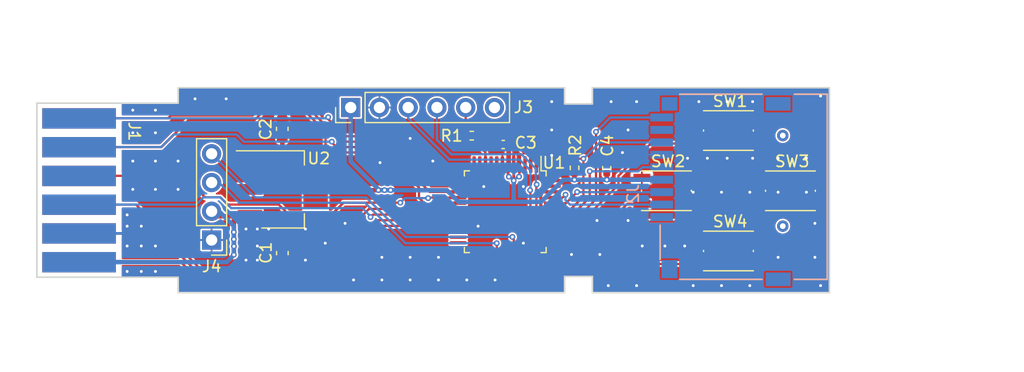
<source format=kicad_pcb>
(kicad_pcb (version 20221018) (generator pcbnew)
  (layers (0 "F.Cu" signal) (31 "B.Cu" signal) (34 "B.Paste" user) (35 "F.Paste" user) (36 "B.SilkS" user "B.Silkscreen") (37 "F.SilkS" user "F.Silkscreen") (38 "B.Mask" user) (39 "F.Mask" user) (44 "Edge.Cuts" user))
  (net 0 "")
  (net 1 "+3V3")
  (net 2 "+5V")
  (net 4 "SD_CS")
  (net 5 "SD_MOSI")
  (net 6 "SD_CLK")
  (net 7 "SD_MISO")
  (net 9 "SD_DTCT")
  (net 10 "SWDIO")
  (net 11 "SWCLK")
  (net 12 "NRST")
  (net 14 "I2C_SCL")
  (net 15 "I2C_SDA")
  (net 16 "BUTTON_1")
  (net 17 "BUTTON_2")
  (net 18 "BUTTON_3")
  (net 19 "BUTTON_4")
  (net 27 "/~{WRITE}")
  (net 28 "/~{SCAN_MEDIA}")
  (net 29 "/WRITE_DATA")
  (net 30 "/MOTOR_ON")
  (net 31 "/~{WRITABLE_MEDIA}")
  (net 33 "/READ_DATA")
  (net 34 "/~{MEDIA_SET}")
  (net 35 "/~{READY}")
  (net 50 "GND")
  (net 51 "/~{STOP_MOTOR}")
  (footprint "Resistor_SMD:R_0402_1005Metric" (layer "F.Cu") (at 152.94156 94.25686)
    (fp_text reference "R1" (at -1.78362 0.01016) (layer "F.SilkS"))
    (fp_text value "2k5")
    (pad "1" smd roundrect (at -0.51 0) (size 0.54 0.64) (layers "F.Cu" "F.Paste" "F.Mask") (net 12 "NRST"))
    (pad "2" smd roundrect (at 0.51 0) (size 0.54 0.64) (layers "F.Cu" "F.Paste" "F.Mask") (net 1 "+3V3"))
  )
  (footprint "Package_TO_SOT_SMD:SOT-223-3_TabPin2_fdskey" (layer "F.Cu") (at 136.2456 99.00158)
    (fp_text reference "U2" (at 3.1877 -2.73558) (layer "F.SilkS"))
    (fp_text value "LD1117S33TR_SOT223")
    (pad "1" smd rect (at -2.9 -2.3) (size 2.15 0.95) (layers "F.Cu" "F.Paste" "F.Mask") (net 50 "GND"))
    (pad "2" smd rect (at -2.9 0) (size 2.15 0.95) (layers "F.Cu" "F.Paste" "F.Mask") (net 1 "+3V3"))
    (pad "2" smd rect (at 2.9 0) (size 2.15 3.3) (layers "F.Cu" "F.Paste" "F.Mask") (net 1 "+3V3"))
    (pad "3" smd rect (at -2.9 2.3) (size 2.15 0.95) (layers "F.Cu" "F.Paste" "F.Mask") (net 2 "+5V"))
  )
  (footprint "Button_Switch_SMD:SW_Push_matching_fdskey" (layer "F.Cu") (at 175.61306 104.43972)
    (fp_text reference "SW4" (at 0.15 -2.6) (layer "F.SilkS"))
    (fp_text value "SW_Push")
    (pad "1" smd rect (at -2.1675 -1.15) (size 1.5 0.7) (layers "F.Cu" "F.Paste" "F.Mask") (net 50 "GND"))
    (pad "1" smd rect (at 2.1675 -1.15) (size 1.5 0.7) (layers "F.Cu" "F.Paste" "F.Mask") (net 50 "GND"))
    (pad "2" smd rect (at -2.1675 1.15) (size 1.5 0.7) (layers "F.Cu" "F.Paste" "F.Mask") (net 19 "BUTTON_4"))
    (pad "2" smd rect (at 2.1675 1.15) (size 1.5 0.7) (layers "F.Cu" "F.Paste" "F.Mask") (net 19 "BUTTON_4"))
  )
  (footprint "Button_Switch_SMD:SW_Push_matching_fdskey" (layer "F.Cu") (at 170.13428 99.12096)
    (fp_text reference "SW2" (at 0.15 -2.6) (layer "F.SilkS"))
    (fp_text value "SW_Push")
    (pad "1" smd rect (at -2.1675 -1.15) (size 1.5 0.7) (layers "F.Cu" "F.Paste" "F.Mask") (net 50 "GND"))
    (pad "1" smd rect (at 2.1675 -1.15) (size 1.5 0.7) (layers "F.Cu" "F.Paste" "F.Mask") (net 50 "GND"))
    (pad "2" smd rect (at -2.1675 1.15) (size 1.5 0.7) (layers "F.Cu" "F.Paste" "F.Mask") (net 17 "BUTTON_2"))
    (pad "2" smd rect (at 2.1675 1.15) (size 1.5 0.7) (layers "F.Cu" "F.Paste" "F.Mask") (net 17 "BUTTON_2"))
  )
  (footprint "Connector_PinHeader_2.54mm:PinHeader_1x04_P2.54mm_Vertical" (layer "F.Cu") (at 129.96111 103.47419 180)
    (fp_text reference "J4" (at 0 -2.33) (layer "F.SilkS"))
    (fp_text value "DISPLAY")
    (pad "1" thru_hole rect (at 0 0 180) (size 1.7 1.7) (drill 1) (layers "*.Cu" "*.Mask") (net 50 "GND"))
    (pad "2" thru_hole oval (at 0 2.54 180) (size 1.7 1.7) (drill 1) (layers "*.Cu" "*.Mask") (net 2 "+5V"))
    (pad "3" thru_hole oval (at 0 5.08 180) (size 1.7 1.7) (drill 1) (layers "*.Cu" "*.Mask") (net 14 "I2C_SCL"))
    (pad "4" thru_hole oval (at 0 7.62 180) (size 1.7 1.7) (drill 1) (layers "*.Cu" "*.Mask") (net 15 "I2C_SDA"))
  )
  (footprint "Package_QFP:LQFP-48_7x7mm_P0.5mm" (layer "F.Cu") (at 155.8984 100.97192 -90)
    (fp_text reference "U1" (at -4.32238 -4.30702 -180) (layer "F.SilkS"))
    (fp_text value "STM32G0B0CETx")
    (pad "1" smd roundrect (at -4.1625 -2.75 270) (size 1.475 0.3) (layers "F.Cu" "F.Paste" "F.Mask"))
    (pad "2" smd roundrect (at -4.1625 -2.25 270) (size 1.475 0.3) (layers "F.Cu" "F.Paste" "F.Mask"))
    (pad "3" smd roundrect (at -4.1625 -1.75 270) (size 1.475 0.3) (layers "F.Cu" "F.Paste" "F.Mask"))
    (pad "4" smd roundrect (at -4.1625 -1.25 270) (size 1.475 0.3) (layers "F.Cu" "F.Paste" "F.Mask") (net 1 "+3V3"))
    (pad "5" smd roundrect (at -4.1625 -0.75 270) (size 1.475 0.3) (layers "F.Cu" "F.Paste" "F.Mask") (net 1 "+3V3"))
    (pad "6" smd roundrect (at -4.1625 -0.25 270) (size 1.475 0.3) (layers "F.Cu" "F.Paste" "F.Mask") (net 1 "+3V3"))
    (pad "7" smd roundrect (at -4.1625 0.25 270) (size 1.475 0.3) (layers "F.Cu" "F.Paste" "F.Mask") (net 50 "GND"))
    (pad "8" smd roundrect (at -4.1625 0.75 270) (size 1.475 0.3) (layers "F.Cu" "F.Paste" "F.Mask"))
    (pad "9" smd roundrect (at -4.1625 1.25 270) (size 1.475 0.3) (layers "F.Cu" "F.Paste" "F.Mask"))
    (pad "10" smd roundrect (at -4.1625 1.75 270) (size 1.475 0.3) (layers "F.Cu" "F.Paste" "F.Mask") (net 12 "NRST"))
    (pad "11" smd roundrect (at -4.1625 2.25 270) (size 1.475 0.3) (layers "F.Cu" "F.Paste" "F.Mask"))
    (pad "12" smd roundrect (at -4.1625 2.75 270) (size 1.475 0.3) (layers "F.Cu" "F.Paste" "F.Mask"))
    (pad "13" smd roundrect (at -2.75 4.1625 270) (size 0.3 1.475) (layers "F.Cu" "F.Paste" "F.Mask") (net 51 "/~{STOP_MOTOR}"))
    (pad "14" smd roundrect (at -2.25 4.1625 270) (size 0.3 1.475) (layers "F.Cu" "F.Paste" "F.Mask") (net 35 "/~{READY}"))
    (pad "15" smd roundrect (at -1.75 4.1625 270) (size 0.3 1.475) (layers "F.Cu" "F.Paste" "F.Mask") (net 34 "/~{MEDIA_SET}"))
    (pad "16" smd roundrect (at -1.25 4.1625 270) (size 0.3 1.475) (layers "F.Cu" "F.Paste" "F.Mask") (net 31 "/~{WRITABLE_MEDIA}"))
    (pad "17" smd roundrect (at -0.75 4.1625 270) (size 0.3 1.475) (layers "F.Cu" "F.Paste" "F.Mask") (net 33 "/READ_DATA"))
    (pad "18" smd roundrect (at -0.25 4.1625 270) (size 0.3 1.475) (layers "F.Cu" "F.Paste" "F.Mask") (net 29 "/WRITE_DATA"))
    (pad "19" smd roundrect (at 0.25 4.1625 270) (size 0.3 1.475) (layers "F.Cu" "F.Paste" "F.Mask") (net 30 "/MOTOR_ON"))
    (pad "20" smd roundrect (at 0.75 4.1625 270) (size 0.3 1.475) (layers "F.Cu" "F.Paste" "F.Mask") (net 28 "/~{SCAN_MEDIA}"))
    (pad "21" smd roundrect (at 1.25 4.1625 270) (size 0.3 1.475) (layers "F.Cu" "F.Paste" "F.Mask") (net 27 "/~{WRITE}"))
    (pad "22" smd roundrect (at 1.75 4.1625 270) (size 0.3 1.475) (layers "F.Cu" "F.Paste" "F.Mask"))
    (pad "23" smd roundrect (at 2.25 4.1625 270) (size 0.3 1.475) (layers "F.Cu" "F.Paste" "F.Mask"))
    (pad "24" smd roundrect (at 2.75 4.1625 270) (size 0.3 1.475) (layers "F.Cu" "F.Paste" "F.Mask"))
    (pad "25" smd roundrect (at 4.1625 2.75 270) (size 1.475 0.3) (layers "F.Cu" "F.Paste" "F.Mask"))
    (pad "26" smd roundrect (at 4.1625 2.25 270) (size 1.475 0.3) (layers "F.Cu" "F.Paste" "F.Mask"))
    (pad "27" smd roundrect (at 4.1625 1.75 270) (size 1.475 0.3) (layers "F.Cu" "F.Paste" "F.Mask"))
    (pad "28" smd roundrect (at 4.1625 1.25 270) (size 1.475 0.3) (layers "F.Cu" "F.Paste" "F.Mask"))
    (pad "29" smd roundrect (at 4.1625 0.75 270) (size 1.475 0.3) (layers "F.Cu" "F.Paste" "F.Mask") (net 14 "I2C_SCL"))
    (pad "30" smd roundrect (at 4.1625 0.25 270) (size 1.475 0.3) (layers "F.Cu" "F.Paste" "F.Mask"))
    (pad "31" smd roundrect (at 4.1625 -0.25 270) (size 1.475 0.3) (layers "F.Cu" "F.Paste" "F.Mask"))
    (pad "32" smd roundrect (at 4.1625 -0.75 270) (size 1.475 0.3) (layers "F.Cu" "F.Paste" "F.Mask") (net 15 "I2C_SDA"))
    (pad "33" smd roundrect (at 4.1625 -1.25 270) (size 1.475 0.3) (layers "F.Cu" "F.Paste" "F.Mask"))
    (pad "34" smd roundrect (at 4.1625 -1.75 270) (size 1.475 0.3) (layers "F.Cu" "F.Paste" "F.Mask") (net 19 "BUTTON_4"))
    (pad "35" smd roundrect (at 4.1625 -2.25 270) (size 1.475 0.3) (layers "F.Cu" "F.Paste" "F.Mask") (net 10 "SWDIO"))
    (pad "36" smd roundrect (at 4.1625 -2.75 270) (size 1.475 0.3) (layers "F.Cu" "F.Paste" "F.Mask") (net 11 "SWCLK"))
    (pad "37" smd roundrect (at 2.75 -4.1625 270) (size 0.3 1.475) (layers "F.Cu" "F.Paste" "F.Mask") (net 18 "BUTTON_3"))
    (pad "38" smd roundrect (at 2.25 -4.1625 270) (size 0.3 1.475) (layers "F.Cu" "F.Paste" "F.Mask"))
    (pad "39" smd roundrect (at 1.75 -4.1625 270) (size 0.3 1.475) (layers "F.Cu" "F.Paste" "F.Mask") (net 17 "BUTTON_2"))
    (pad "40" smd roundrect (at 1.25 -4.1625 270) (size 0.3 1.475) (layers "F.Cu" "F.Paste" "F.Mask") (net 16 "BUTTON_1"))
    (pad "41" smd roundrect (at 0.75 -4.1625 270) (size 0.3 1.475) (layers "F.Cu" "F.Paste" "F.Mask") (net 9 "SD_DTCT"))
    (pad "42" smd roundrect (at 0.25 -4.1625 270) (size 0.3 1.475) (layers "F.Cu" "F.Paste" "F.Mask") (net 6 "SD_CLK"))
    (pad "43" smd roundrect (at -0.25 -4.1625 270) (size 0.3 1.475) (layers "F.Cu" "F.Paste" "F.Mask") (net 7 "SD_MISO"))
    (pad "44" smd roundrect (at -0.75 -4.1625 270) (size 0.3 1.475) (layers "F.Cu" "F.Paste" "F.Mask") (net 5 "SD_MOSI"))
    (pad "45" smd roundrect (at -1.25 -4.1625 270) (size 0.3 1.475) (layers "F.Cu" "F.Paste" "F.Mask") (net 4 "SD_CS"))
    (pad "46" smd roundrect (at -1.75 -4.1625 270) (size 0.3 1.475) (layers "F.Cu" "F.Paste" "F.Mask"))
    (pad "47" smd roundrect (at -2.25 -4.1625 270) (size 0.3 1.475) (layers "F.Cu" "F.Paste" "F.Mask"))
    (pad "48" smd roundrect (at -2.75 -4.1625 270) (size 0.3 1.475) (layers "F.Cu" "F.Paste" "F.Mask"))
  )
  (footprint "Capacitor_SMD:C_0603_1608Metric" (layer "F.Cu") (at 136.21004 104.63022 -90)
    (fp_text reference "C1" (at -0.02794 1.45796 90) (layer "F.SilkS"))
    (fp_text value "4.7u")
    (pad "1" smd roundrect (at -0.775 0 270) (size 0.9 0.95) (layers "F.Cu" "F.Paste" "F.Mask") (net 2 "+5V"))
    (pad "2" smd roundrect (at 0.775 0 270) (size 0.9 0.95) (layers "F.Cu" "F.Paste" "F.Mask") (net 50 "GND"))
  )
  (footprint "Capacitor_SMD:C_0402_1005Metric" (layer "F.Cu") (at 155.71724 95.03664 180)
    (fp_text reference "C3" (at -1.9939 0.15494) (layer "F.SilkS"))
    (fp_text value "0.1u")
    (pad "1" smd roundrect (at -0.48 0 180) (size 0.56 0.62) (layers "F.Cu" "F.Paste" "F.Mask") (net 1 "+3V3"))
    (pad "2" smd roundrect (at 0.48 0 180) (size 0.56 0.62) (layers "F.Cu" "F.Paste" "F.Mask") (net 50 "GND"))
  )
  (footprint "Button_Switch_SMD:SW_Push_matching_fdskey" (layer "F.Cu") (at 175.61218 93.80282)
    (fp_text reference "SW1" (at 0.15 -2.6) (layer "F.SilkS"))
    (fp_text value "SW_Push")
    (pad "1" smd rect (at -2.1675 -1.15) (size 1.5 0.7) (layers "F.Cu" "F.Paste" "F.Mask") (net 50 "GND"))
    (pad "1" smd rect (at 2.1675 -1.15) (size 1.5 0.7) (layers "F.Cu" "F.Paste" "F.Mask") (net 50 "GND"))
    (pad "2" smd rect (at -2.1675 1.15) (size 1.5 0.7) (layers "F.Cu" "F.Paste" "F.Mask") (net 16 "BUTTON_1"))
    (pad "2" smd rect (at 2.1675 1.15) (size 1.5 0.7) (layers "F.Cu" "F.Paste" "F.Mask") (net 16 "BUTTON_1"))
  )
  (footprint "Connector_PCBEdge:edgeconn_100mil_2x6" (layer "F.Cu") (at 118.25224 99.08286)
    (fp_text reference "J1" (at 4.88188 -5.1943 -90 unlocked) (layer "F.SilkS"))
    (fp_text value "FDS_RAM_ADAPTER")
    (pad "1" smd rect (at 0 6.35) (size 6.5 1.8) (layers "F.Cu" "F.Paste" "F.Mask") (net 27 "/~{WRITE}"))
    (pad "2" smd rect (at 0 6.35) (size 6.5 1.8) (layers "B.Cu" "B.Paste" "B.Mask") (net 2 "+5V"))
    (pad "3" smd rect (at 0 3.81) (size 6.5 1.8) (layers "F.Cu" "F.Paste" "F.Mask") (net 28 "/~{SCAN_MEDIA}"))
    (pad "4" smd rect (at 0 3.81) (size 6.5 1.8) (layers "B.Cu" "B.Paste" "B.Mask") (net 50 "GND"))
    (pad "5" smd rect (at 0 1.27) (size 6.5 1.8) (layers "F.Cu" "F.Paste" "F.Mask") (net 29 "/WRITE_DATA"))
    (pad "6" smd rect (at 0 1.27) (size 6.5 1.8) (layers "B.Cu" "B.Paste" "B.Mask") (net 30 "/MOTOR_ON"))
    (pad "7" smd rect (at 0 -1.27) (size 6.5 1.8) (layers "F.Cu" "F.Paste" "F.Mask") (net 31 "/~{WRITABLE_MEDIA}"))
    (pad "8" smd rect (at 0 -1.27) (size 6.5 1.8) (layers "B.Cu" "B.Paste" "B.Mask"))
    (pad "9" smd rect (at 0 -3.81) (size 6.5 1.8) (layers "F.Cu" "F.Paste" "F.Mask") (net 33 "/READ_DATA"))
    (pad "10" smd rect (at 0 -3.81) (size 6.5 1.8) (layers "B.Cu" "B.Paste" "B.Mask") (net 34 "/~{MEDIA_SET}"))
    (pad "11" smd rect (at 0 -6.35) (size 6.5 1.8) (layers "F.Cu" "F.Paste" "F.Mask") (net 35 "/~{READY}"))
    (pad "12" smd rect (at 0 -6.35) (size 6.5 1.8) (layers "B.Cu" "B.Paste" "B.Mask") (net 51 "/~{STOP_MOTOR}"))
  )
  (footprint "Button_Switch_SMD:SW_Push_matching_fdskey" (layer "F.Cu") (at 181.0893 99.1235)
    (fp_text reference "SW3" (at 0.15 -2.6) (layer "F.SilkS"))
    (fp_text value "SW_Push")
    (pad "1" smd rect (at -2.1675 -1.15) (size 1.5 0.7) (layers "F.Cu" "F.Paste" "F.Mask") (net 50 "GND"))
    (pad "1" smd rect (at 2.1675 -1.15) (size 1.5 0.7) (layers "F.Cu" "F.Paste" "F.Mask") (net 50 "GND"))
    (pad "2" smd rect (at -2.1675 1.15) (size 1.5 0.7) (layers "F.Cu" "F.Paste" "F.Mask") (net 18 "BUTTON_3"))
    (pad "2" smd rect (at 2.1675 1.15) (size 1.5 0.7) (layers "F.Cu" "F.Paste" "F.Mask") (net 18 "BUTTON_3"))
  )
  (footprint "Capacitor_SMD:C_0603_1608Metric" (layer "F.Cu") (at 136.20242 93.65234 90)
    (fp_text reference "C2" (at -0.04318 -1.46812 90) (layer "F.SilkS"))
    (fp_text value "4.7u")
    (pad "1" smd roundrect (at -0.775 0 90) (size 0.9 0.95) (layers "F.Cu" "F.Paste" "F.Mask") (net 1 "+3V3"))
    (pad "2" smd roundrect (at 0.775 0 90) (size 0.9 0.95) (layers "F.Cu" "F.Paste" "F.Mask") (net 50 "GND"))
  )
  (footprint "Capacitor_SMD:C_0402_1005Metric" (layer "F.Cu") (at 164.86378 97.08896 90)
    (fp_text reference "C4" (at 1.95326 0.04826 90) (layer "F.SilkS"))
    (fp_text value "0.1u")
    (pad "1" smd roundrect (at -0.48 0 90) (size 0.56 0.62) (layers "F.Cu" "F.Paste" "F.Mask") (net 1 "+3V3"))
    (pad "2" smd roundrect (at 0.48 0 90) (size 0.56 0.62) (layers "F.Cu" "F.Paste" "F.Mask") (net 50 "GND"))
  )
  (footprint "Resistor_SMD:R_0402_1005Metric" (layer "F.Cu") (at 162.01898 97.09658 -90)
    (fp_text reference "R2" (at -1.9812 -0.0635 -90) (layer "F.SilkS"))
    (fp_text value "2k5")
    (pad "1" smd roundrect (at -0.51 0 270) (size 0.54 0.64) (layers "F.Cu" "F.Paste" "F.Mask") (net 7 "SD_MISO"))
    (pad "2" smd roundrect (at 0.51 0 270) (size 0.54 0.64) (layers "F.Cu" "F.Paste" "F.Mask") (net 1 "+3V3"))
  )
  (footprint "Connector_PinHeader_2.54mm:PinHeader_1x06_P2.54mm_Vertical" (layer "F.Cu") (at 142.24597 91.76893 90)
    (fp_text reference "J3" (at 0.02667 15.26197 180) (layer "F.SilkS"))
    (fp_text value "ISP_HEADER")
    (pad "1" thru_hole rect (at 0 0 90) (size 1.7 1.7) (drill 1) (layers "*.Cu" "*.Mask") (net 1 "+3V3"))
    (pad "2" thru_hole oval (at 0 2.54 90) (size 1.7 1.7) (drill 1) (layers "*.Cu" "*.Mask") (net 50 "GND"))
    (pad "3" thru_hole oval (at 0 5.08 90) (size 1.7 1.7) (drill 1) (layers "*.Cu" "*.Mask") (net 10 "SWDIO"))
    (pad "4" thru_hole oval (at 0 7.62 90) (size 1.7 1.7) (drill 1) (layers "*.Cu" "*.Mask") (net 11 "SWCLK"))
    (pad "5" thru_hole oval (at 0 10.16 90) (size 1.7 1.7) (drill 1) (layers "*.Cu" "*.Mask") (net 12 "NRST"))
    (pad "6" thru_hole oval (at 0 12.7 90) (size 1.7 1.7) (drill 1) (layers "*.Cu" "*.Mask"))
  )
  (footprint "sdcard:112J-TDAR-R01_ATT_fdskey" (layer "B.Cu") (at 169.41366 101.44516 -90)
    (fp_text reference "J2" (at -2.06258 2.22578 90 unlocked) (layer "B.SilkS") (effects (justify mirror)))
    (fp_text value "Micro_SD_Card")
    (pad "1" smd rect (at 0 -0.3 270) (size 0.7 2) (layers "B.Cu" "B.Paste" "B.Mask"))
    (pad "2" smd rect (at -1.1 -0.3 270) (size 0.7 2) (layers "B.Cu" "B.Paste" "B.Mask") (net 4 "SD_CS"))
    (pad "3" smd rect (at -2.2 -0.3 270) (size 0.7 2) (layers "B.Cu" "B.Paste" "B.Mask") (net 5 "SD_MOSI"))
    (pad "4" smd rect (at -3.300001 -0.3 270) (size 0.7 2) (layers "B.Cu" "B.Paste" "B.Mask") (net 1 "+3V3"))
    (pad "5" smd rect (at -4.400001 -0.3 270) (size 0.7 2) (layers "B.Cu" "B.Paste" "B.Mask") (net 6 "SD_CLK"))
    (pad "6" smd rect (at -5.500001 -0.3 270) (size 0.7 2) (layers "B.Cu" "B.Paste" "B.Mask") (net 50 "GND"))
    (pad "7" smd rect (at -6.600002 -0.3 270) (size 0.7 2) (layers "B.Cu" "B.Paste" "B.Mask") (net 7 "SD_MISO"))
    (pad "8" smd rect (at -7.700002 -0.3 270) (size 0.7 2) (layers "B.Cu" "B.Paste" "B.Mask"))
    (pad "9" smd rect (at -8.800002 -0.3 270) (size 0.7 2) (layers "B.Cu" "B.Paste" "B.Mask") (net 9 "SD_DTCT"))
    (pad "10" thru_hole circle (at -7.2 -11 270) (size 1.016 1.016) (drill 0.508) (layers "*.Cu" "*.Mask"))
    (pad "11" thru_hole circle (at 0.8 -11 270) (size 1.016 1.016) (drill 0.508) (layers "*.Cu" "*.Mask"))
    (pad "12" smd rect (at -9.999886 -0.9906 270) (size 1.1938 1.397) (layers "B.Cu" "B.Paste" "B.Mask"))
    (pad "13" smd rect (at 4.6 -0.9906 270) (size 1.6 1.397) (layers "B.Cu" "B.Paste" "B.Mask"))
    (pad "14" smd rect (at -10 -10.590675 270) (size 1.2 2.2) (layers "B.Cu" "B.Paste" "B.Mask"))
    (pad "15" smd rect (at 5.5 -10.590675 270) (size 1.2 2.2) (layers "B.Cu" "B.Paste" "B.Mask"))
  )
  (gr_line (start 163.59785 106.69143) (end 161.13725 106.69143) (stroke (width 0.14)) (layer "Edge.Cuts"))
  (gr_line (start 184.52846 90.02243) (end 184.52846 108.12018) (stroke (width 0.14)) (layer "Edge.Cuts"))
  (gr_line (start 127.00597 106.75943) (end 114.52848 106.75943) (stroke (width 0.14)) (layer "Edge.Cuts"))
  (gr_line (start 184.52846 108.12018) (end 163.59785 108.12018) (stroke (width 0.14)) (layer "Edge.Cuts"))
  (gr_line (start 161.13725 106.69143) (end 161.1372 108.12018) (stroke (width 0.14)) (layer "Edge.Cuts"))
  (gr_line (start 161.13725 90.02268) (end 161.13725 91.45143) (stroke (width 0.14)) (layer "Edge.Cuts"))
  (gr_line (start 163.59785 91.45143) (end 163.59785 90.02268) (stroke (width 0.14)) (layer "Edge.Cuts"))
  (gr_line (start 114.52848 106.75943) (end 114.52848 91.38341) (stroke (width 0.14)) (layer "Edge.Cuts"))
  (gr_line (start 127.00597 90.02268) (end 161.13725 90.02268) (stroke (width 0.14)) (layer "Edge.Cuts"))
  (gr_line (start 161.1372 108.12018) (end 127.00597 108.12018) (stroke (width 0.14)) (layer "Edge.Cuts"))
  (gr_line (start 114.52848 91.38341) (end 127.00597 91.38341) (stroke (width 0.14)) (layer "Edge.Cuts"))
  (gr_line (start 163.59785 108.12018) (end 163.59785 106.69143) (stroke (width 0.14)) (layer "Edge.Cuts"))
  (gr_line (start 127.00597 108.12018) (end 127.00597 106.75943) (stroke (width 0.14)) (layer "Edge.Cuts"))
  (gr_line (start 163.59785 90.02268) (end 184.52846 90.02243) (stroke (width 0.14)) (layer "Edge.Cuts"))
  (gr_line (start 161.13725 91.45143) (end 163.59785 91.45143) (stroke (width 0.14)) (layer "Edge.Cuts"))
  (gr_line (start 127.00597 91.38341) (end 127.00597 90.02268) (stroke (width 0.14)) (layer "Edge.Cuts"))
  (segment (start 136.21347 99.07143) (end 138.32454 99.07143) (width 0.4) (layer "F.Cu") (net 1))
  (segment (start 157.1484 97.8422) (end 157.11678 97.87382) (width 0.2) (layer "F.Cu") (net 1))
  (segment (start 164.86785 97.55206) (end 164.86785 98.14642) (width 0.4) (layer "F.Cu") (net 1))
  (segment (start 132.52453 99.07143) (end 136.21347 99.07143) (width 0.4) (layer "F.Cu") (net 1))
  (segment (start 138.32454 99.07143) (end 144.68729 99.07143) (width 0.4) (layer "F.Cu") (net 1))
  (segment (start 156.6484 96.80942) (end 156.6484 98.22172) (width 0.25) (layer "F.Cu") (net 1))
  (segment (start 156.19724 95.03664) (end 156.1984 95.0378) (width 0.4) (layer "F.Cu") (net 1))
  (segment (start 144.69999 99.07143) (end 144.78597 99.07143) (width 0.4) (layer "F.Cu") (net 1))
  (segment (start 156.1484 96.80942) (end 156.1484 97.81321) (width 0.25) (layer "F.Cu") (net 1))
  (segment (start 145.22831 99.07143) (end 145.23212 99.06762) (width 0.4) (layer "F.Cu") (net 1))
  (segment (start 156.1984 95.0378) (end 156.1984 96.80942) (width 0.4) (layer "F.Cu") (net 1))
  (segment (start 156.1484 97.81321) (end 156.21597 97.88078) (width 0.25) (layer "F.Cu") (net 1))
  (segment (start 144.78597 99.07143) (end 145.22831 99.07143) (width 0.4) (layer "F.Cu") (net 1))
  (segment (start 156.6484 95.4878) (end 156.19724 95.03664) (width 0.25) (layer "F.Cu") (net 1))
  (segment (start 136.21347 94.36514) (end 136.21347 99.07143) (width 0.4) (layer "F.Cu") (net 1))
  (segment (start 156.6484 96.80942) (end 156.6484 95.4878) (width 0.25) (layer "F.Cu") (net 1))
  (segment (start 162.01035 97.55206) (end 162.01035 98.14642) (width 0.4) (layer "F.Cu") (net 1))
  (segment (start 157.0984 95.9378) (end 157.0984 96.80942) (width 0.4) (layer "F.Cu") (net 1))
  (segment (start 156.1484 96.80942) (end 157.1484 96.80942) (width 0.25) (layer "F.Cu") (net 1))
  (segment (start 156.19724 95.03664) (end 157.0984 95.9378) (width 0.4) (layer "F.Cu") (net 1))
  (segment (start 145.24127 99.07143) (end 145.6591 99.07143) (width 0.4) (layer "F.Cu") (net 1))
  (segment (start 156.19724 95.03664) (end 156.19724 94.80798) (width 0.4) (layer "F.Cu") (net 1))
  (segment (start 144.69364 99.06508) (end 144.69999 99.07143) (width 0.4) (layer "F.Cu") (net 1))
  (segment (start 145.23212 99.06762) (end 145.23593 99.07143) (width 0.4) (layer "F.Cu") (net 1))
  (segment (start 157.1484 96.80942) (end 157.1484 97.8422) (width 0.2) (layer "F.Cu") (net 1))
  (segment (start 155.64612 94.25686) (end 153.45156 94.25686) (width 0.4) (layer "F.Cu") (net 1))
  (segment (start 144.68729 99.07143) (end 144.69364 99.06508) (width 0.4) (layer "F.Cu") (net 1))
  (segment (start 156.19724 94.80798) (end 155.64612 94.25686) (width 0.4) (layer "F.Cu") (net 1))
  (segment (start 156.6484 98.22172) (end 156.64848 98.2218) (width 0.25) (layer "F.Cu") (net 1))
  (segment (start 145.23593 99.07143) (end 145.24127 99.07143) (width 0.4) (layer "F.Cu") (net 1))
  (via (at 164.86785 98.14642) (size 0.508) (drill 0.254) (layers "F.Cu" "B.Cu") (net 1))
  (via (at 162.01035 98.14642) (size 0.508) (drill 0.254) (layers "F.Cu" "B.Cu") (net 1))
  (via (at 145.7706 99.06762) (size 0.508) (drill 0.254) (layers "F.Cu" "B.Cu") (net 1))
  (via (at 156.64848 98.2218) (size 0.508) (drill 0.254) (layers "F.Cu" "B.Cu") (net 1))
  (via (at 157.11678 97.87382) (size 0.508) (drill 0.254) (layers "F.Cu" "B.Cu") (net 1))
  (via (at 145.23212 99.06762) (size 0.508) (drill 0.254) (layers "F.Cu" "B.Cu") (net 1))
  (via (at 144.69364 99.06508) (size 0.508) (drill 0.254) (layers "F.Cu" "B.Cu") (net 1))
  (via (at 156.21597 97.88078) (size 0.508) (drill 0.254) (layers "F.Cu" "B.Cu") (net 1))
  (segment (start 151.77097 100.10328) (end 156.64848 100.10328) (width 0.4) (layer "B.Cu") (net 1))
  (segment (start 156.99646 97.87382) (end 156.64848 98.2218) (width 0.2) (layer "B.Cu") (net 1))
  (segment (start 145.24127 99.07143) (end 145.6591 99.07143) (width 0.4) (layer "B.Cu") (net 1))
  (segment (start 142.24597 91.76893) (end 142.24597 96.53143) (width 0.4) (layer "B.Cu") (net 1))
  (segment (start 145.7706 99.06762) (end 145.77441 99.07143) (width 0.4) (layer "B.Cu") (net 1))
  (segment (start 142.24597 96.53143) (end 144.78597 99.07143) (width 0.4) (layer "B.Cu") (net 1))
  (segment (start 159.07347 100.10328) (end 161.03034 98.14642) (width 0.4) (layer "B.Cu") (net 1))
  (segment (start 150.7391 99.07143) (end 151.77097 100.10328) (width 0.4) (layer "B.Cu") (net 1))
  (segment (start 145.24127 99.07143) (end 144.78597 99.07143) (width 0.4) (layer "B.Cu") (net 1))
  (segment (start 164.86785 98.14642) (end 169.70975 98.14642) (width 0.4) (layer "B.Cu") (net 1))
  (segment (start 156.64848 98.2218) (end 156.64848 100.10328) (width 0.4) (layer "B.Cu") (net 1))
  (segment (start 156.64848 100.10328) (end 159.07347 100.10328) (width 0.4) (layer "B.Cu") (net 1))
  (segment (start 156.21597 97.88078) (end 156.30746 97.88078) (width 0.25) (layer "B.Cu") (net 1))
  (segment (start 162.01035 98.14642) (end 164.86785 98.14642) (width 0.4) (layer "B.Cu") (net 1))
  (segment (start 156.25161 97.84515) (end 156.21597 97.88078) (width 0.4) (layer "B.Cu") (net 1))
  (segment (start 157.11678 97.87382) (end 156.99646 97.87382) (width 0.2) (layer "B.Cu") (net 1))
  (segment (start 161.03034 98.14642) (end 162.01035 98.14642) (width 0.4) (layer "B.Cu") (net 1))
  (segment (start 156.30746 97.88078) (end 156.64848 98.2218) (width 0.25) (layer "B.Cu") (net 1))
  (segment (start 145.6591 99.07143) (end 145.76679 99.07143) (width 0.4) (layer "B.Cu") (net 1))
  (segment (start 145.77441 99.07143) (end 150.7391 99.07143) (width 0.4) (layer "B.Cu") (net 1))
  (segment (start 145.76679 99.07143) (end 145.7706 99.06762) (width 0.4) (layer "B.Cu") (net 1))
  (segment (start 131.9272 103.19888) (end 131.9272 102.72268) (width 0.4) (layer "F.Cu") (net 2))
  (segment (start 131.93522 102.72014) (end 131.9272 102.24643) (width 0.4) (layer "F.Cu") (net 2))
  (segment (start 131.9272 102.72268) (end 131.93522 102.72014) (width 0.4) (layer "F.Cu") (net 2))
  (segment (start 131.9272 104.04642) (end 131.93014 104.04348) (width 0.4) (layer "F.Cu") (net 2))
  (segment (start 131.9272 103.67516) (end 131.9272 103.35474) (width 0.4) (layer "F.Cu") (net 2))
  (segment (start 131.9272 102.24643) (end 131.9272 101.61146) (width 0.4) (layer "F.Cu") (net 2))
  (segment (start 136.21347 103.7777) (end 136.21347 101.92893) (width 0.4) (layer "F.Cu") (net 2))
  (segment (start 131.9272 104.04054) (end 131.9272 103.67516) (width 0.4) (layer "F.Cu") (net 2))
  (segment (start 131.9272 103.35474) (end 131.91744 103.34498) (width 0.4) (layer "F.Cu") (net 2))
  (segment (start 136.21347 101.92893) (end 135.65597 101.37143) (width 0.4) (layer "F.Cu") (net 2))
  (segment (start 131.91744 103.34498) (end 131.9272 103.33522) (width 0.4) (layer "F.Cu") (net 2))
  (segment (start 135.65597 101.37143) (end 132.52453 101.37143) (width 0.4) (layer "F.Cu") (net 2))
  (segment (start 131.93014 104.04348) (end 131.9272 104.04054) (width 0.4) (layer "F.Cu") (net 2))
  (segment (start 131.9272 103.33522) (end 131.9272 103.19888) (width 0.4) (layer "F.Cu") (net 2))
  (segment (start 129.96111 101.37143) (end 132.52453 101.37143) (width 0.4) (layer "F.Cu") (net 2))
  (segment (start 131.9272 104.75508) (end 131.9272 104.04642) (width 0.4) (layer "F.Cu") (net 2))
  (via (at 131.92252 103.40848) (size 0.508) (drill 0.254) (layers "F.Cu" "B.Cu") (net 2))
  (via (at 131.91998 102.77602) (size 0.508) (drill 0.254) (layers "F.Cu" "B.Cu") (net 2))
  (via (at 131.92252 104.77246) (size 0.508) (drill 0.254) (layers "F.Cu" "B.Cu") (net 2))
  (via (at 131.93268 104.03332) (size 0.508) (drill 0.254) (layers "F.Cu" "B.Cu") (net 2))
  (segment (start 130.61498 100.93419) (end 131.9272 102.24643) (width 0.4) (layer "B.Cu") (net 2))
  (segment (start 131.29225 105.42143) (end 131.9272 104.78646) (width 0.4) (layer "B.Cu") (net 2))
  (segment (start 129.96111 100.93419) (end 130.61498 100.93419) (width 0.4) (layer "B.Cu") (net 2))
  (segment (start 118.2591 105.42143) (end 131.29225 105.42143) (width 0.4) (layer "B.Cu") (net 2))
  (segment (start 131.9272 103.19888) (end 131.9272 102.24643) (width 0.4) (layer "B.Cu") (net 2))
  (segment (start 131.9272 104.78646) (end 131.9272 103.19888) (width 0.4) (layer "B.Cu") (net 2))
  (segment (start 160.95848 99.72642) (end 160.02846 99.72642) (width 0.2) (layer "F.Cu") (net 4))
  (segment (start 161.21657 99.46833) (end 160.95848 99.72642) (width 0.2) (layer "F.Cu") (net 4))
  (via (at 161.222607 99.470428) (size 0.508) (drill 0.254) (layers "F.Cu" "B.Cu") (net 4))
  (segment (start 161.21657 99.46833) (end 161.220509 99.46833) (width 0.2) (layer "B.Cu") (net 4))
  (segment (start 161.220509 99.46833) (end 161.222607 99.470428) (width 0.2) (layer "B.Cu") (net 4))
  (segment (start 161.21657 99.94456) (end 161.21657 99.46833) (width 0.2) (layer "B.Cu") (net 4))
  (segment (start 169.70975 100.34641) (end 161.61842 100.34641) (width 0.2) (layer "B.Cu") (net 4))
  (segment (start 161.61842 100.34641) (end 161.21657 99.94456) (width 0.2) (layer "B.Cu") (net 4))
  (segment (start 162.2485 99.23016) (end 161.25223 100.22642) (width 0.2) (layer "F.Cu") (net 5))
  (segment (start 161.25223 100.22642) (end 160.02846 100.22642) (width 0.2) (layer "F.Cu") (net 5))
  (via (at 162.2485 99.23016) (size 0.508) (drill 0.254) (layers "F.Cu" "B.Cu") (net 5))
  (segment (start 162.45411 99.23016) (end 162.2485 99.23016) (width 0.2) (layer "B.Cu") (net 5))
  (segment (start 162.47037 99.24642) (end 162.45411 99.23016) (width 0.2) (layer "B.Cu") (net 5))
  (segment (start 169.70975 99.24642) (end 162.47037 99.24642) (width 0.2) (layer "B.Cu") (net 5))
  (segment (start 163.3597 99.70646) (end 161.83973 101.22642) (width 0.2) (layer "F.Cu") (net 6))
  (segment (start 163.3597 97.40456) (end 163.3597 99.70646) (width 0.2) (layer "F.Cu") (net 6))
  (segment (start 161.83973 101.22642) (end 160.02846 101.22642) (width 0.2) (layer "F.Cu") (net 6))
  (via (at 163.3597 97.40456) (size 0.508) (drill 0.254) (layers "F.Cu" "B.Cu") (net 6))
  (segment (start 168.00411 97.04642) (end 167.64597 97.40456) (width 0.2) (layer "B.Cu") (net 6))
  (segment (start 167.64597 97.40456) (end 163.3597 97.40456) (width 0.2) (layer "B.Cu") (net 6))
  (segment (start 169.70975 97.04642) (end 168.00411 97.04642) (width 0.2) (layer "B.Cu") (net 6))
  (segment (start 162.01035 96.37268) (end 162.08975 96.29328) (width 0.2) (layer "F.Cu") (net 7))
  (segment (start 161.70473 100.72642) (end 160.02846 100.72642) (width 0.2) (layer "F.Cu") (net 7))
  (segment (start 162.01035 96.62206) (end 162.01035 96.37268) (width 0.2) (layer "F.Cu") (net 7))
  (segment (start 162.8041 96.29328) (end 162.8041 99.62706) (width 0.2) (layer "F.Cu") (net 7))
  (segment (start 162.8041 99.62706) (end 161.70473 100.72642) (width 0.2) (layer "F.Cu") (net 7))
  (segment (start 162.08975 96.29328) (end 162.8041 96.29328) (width 0.2) (layer "F.Cu") (net 7))
  (via (at 162.8041 96.29328) (size 0.508) (drill 0.254) (layers "F.Cu" "B.Cu") (net 7))
  (segment (start 164.25098 94.84642) (end 162.8041 96.29328) (width 0.2) (layer "B.Cu") (net 7))
  (segment (start 169.70975 94.84642) (end 164.25098 94.84642) (width 0.2) (layer "B.Cu") (net 7))
  (segment (start 163.91535 99.86518) (end 162.05411 101.72642) (width 0.2) (layer "F.Cu") (net 9))
  (segment (start 162.05411 101.72642) (end 160.02846 101.72642) (width 0.2) (layer "F.Cu") (net 9))
  (segment (start 163.91535 93.91206) (end 163.91535 99.86518) (width 0.2) (layer "F.Cu") (net 9))
  (via (at 163.91535 93.91206) (size 0.508) (drill 0.254) (layers "F.Cu" "B.Cu") (net 9))
  (segment (start 169.70975 92.64643) (end 165.18098 92.64643) (width 0.2) (layer "B.Cu") (net 9))
  (segment (start 165.18098 92.64643) (end 163.91535 93.91206) (width 0.2) (layer "B.Cu") (net 9))
  (segment (start 158.12097 99.07143) (end 158.09498 99.07143) (width 0.2) (layer "F.Cu") (net 10))
  (segment (start 158.12097 99.07143) (end 158.12097 105.07892) (width 0.2) (layer "F.Cu") (net 10))
  (via (at 158.09498 99.07143) (size 0.508) (drill 0.254) (layers "F.Cu" "B.Cu") (net 10))
  (segment (start 158.12097 97.32516) (end 158.12097 99.07143) (width 0.2) (layer "B.Cu") (net 10))
  (segment (start 150.9772 96.37268) (end 157.1685 96.37268) (width 0.2) (layer "B.Cu") (net 10))
  (segment (start 147.32597 92.72146) (end 150.9772 96.37268) (width 0.2) (layer "B.Cu") (net 10))
  (segment (start 157.1685 96.37268) (end 158.12097 97.32516) (width 0.2) (layer "B.Cu") (net 10))
  (segment (start 147.32597 91.76893) (end 147.32597 92.72146) (width 0.2) (layer "B.Cu") (net 10))
  (segment (start 158.59725 98.51583) (end 158.64848 98.56707) (width 0.2) (layer "F.Cu") (net 11))
  (segment (start 158.62323 98.51583) (end 158.67447 98.56707) (width 0.2) (layer "F.Cu") (net 11))
  (segment (start 158.64848 98.56707) (end 158.64848 105.10642) (width 0.2) (layer "F.Cu") (net 11))
  (segment (start 158.59725 98.51583) (end 158.62323 98.51583) (width 0.2) (layer "F.Cu") (net 11))
  (via (at 158.67447 98.56707) (size 0.508) (drill 0.254) (layers "F.Cu" "B.Cu") (net 11))
  (segment (start 149.86597 94.62643) (end 151.13597 95.89643) (width 0.2) (layer "B.Cu") (net 11))
  (segment (start 151.13597 95.89643) (end 157.32725 95.89643) (width 0.2) (layer "B.Cu") (net 11))
  (segment (start 149.86597 91.76893) (end 149.86597 94.62643) (width 0.2) (layer "B.Cu") (net 11))
  (segment (start 158.59725 97.16643) (end 158.59725 98.51583) (width 0.2) (layer "B.Cu") (net 11))
  (segment (start 157.32725 95.89643) (end 158.59725 97.16643) (width 0.2) (layer "B.Cu") (net 11))
  (segment (start 152.4172 94.47889) (end 153.19975 95.26143) (width 0.2) (layer "F.Cu") (net 12))
  (segment (start 153.67597 95.26143) (end 154.14846 95.73393) (width 0.2) (layer "F.Cu") (net 12))
  (segment (start 154.14846 95.73393) (end 154.14846 96.84642) (width 0.2) (layer "F.Cu") (net 12))
  (segment (start 152.40597 91.76893) (end 152.40597 93.83268) (width 0.2) (layer "F.Cu") (net 12))
  (segment (start 152.4172 93.83268) (end 152.4172 94.47889) (width 0.2) (layer "F.Cu") (net 12))
  (segment (start 153.19975 95.26143) (end 153.67597 95.26143) (width 0.2) (layer "F.Cu") (net 12))
  (segment (start 155.14846 103.75456) (end 155.14846 105.10642) (width 0.2) (layer "F.Cu") (net 14))
  (via (at 155.14846 103.75456) (size 0.508) (drill 0.254) (layers "F.Cu" "B.Cu") (net 14))
  (segment (start 147.08785 103.75456) (end 143.51597 100.18268) (width 0.2) (layer "B.Cu") (net 14))
  (segment (start 155.14846 103.75456) (end 147.08785 103.75456) (width 0.2) (layer "B.Cu") (net 14))
  (segment (start 130.61498 98.39419) (end 132.40347 100.18268) (width 0.2) (layer "B.Cu") (net 14))
  (segment (start 132.40347 100.18268) (end 143.51597 100.18268) (width 0.2) (layer "B.Cu") (net 14))
  (segment (start 156.64848 103.19893) (end 156.64848 105.10642) (width 0.2) (layer "F.Cu") (net 15))
  (segment (start 156.53347 103.19893) (end 156.64848 103.19893) (width 0.2) (layer "F.Cu") (net 15))
  (via (at 156.53347 103.19893) (size 0.508) (drill 0.254) (layers "F.Cu" "B.Cu") (net 15))
  (segment (start 147.097906 103.19893) (end 143.605406 99.70643) (width 0.2) (layer "B.Cu") (net 15))
  (segment (start 143.605406 99.70643) (end 133.81335 99.70643) (width 0.2) (layer "B.Cu") (net 15))
  (segment (start 133.81335 99.70643) (end 129.96111 95.85419) (width 0.2) (layer "B.Cu") (net 15))
  (segment (start 156.53347 103.19893) (end 147.097906 103.19893) (width 0.2) (layer "B.Cu") (net 15))
  (segment (start 165.8997 98.59518) (end 165.8997 97.80143) (width 0.2) (layer "F.Cu") (net 16))
  (segment (start 168.74785 94.95328) (end 173.44532 94.95328) (width 0.2) (layer "F.Cu") (net 16))
  (segment (start 160.02846 102.22642) (end 162.26846 102.22642) (width 0.2) (layer "F.Cu") (net 16))
  (segment (start 162.26846 102.22642) (end 165.8997 98.59518) (width 0.2) (layer "F.Cu") (net 16))
  (segment (start 165.8997 97.80143) (end 168.74785 94.95328) (width 0.2) (layer "F.Cu") (net 16))
  (segment (start 166.6841 100.27143) (end 167.96848 100.27143) (width 0.2) (layer "F.Cu") (net 17))
  (segment (start 164.22911 102.72642) (end 166.6841 100.27143) (width 0.2) (layer "F.Cu") (net 17))
  (segment (start 160.02846 102.72642) (end 164.22911 102.72642) (width 0.2) (layer "F.Cu") (net 17))
  (segment (start 173.5991 101.84956) (end 168.1222 101.84956) (width 0.2) (layer "F.Cu") (net 18))
  (segment (start 178.92223 100.27143) (end 175.17725 100.27143) (width 0.2) (layer "F.Cu") (net 18))
  (segment (start 168.1222 101.84956) (end 166.24534 103.72642) (width 0.2) (layer "F.Cu") (net 18))
  (segment (start 166.24534 103.72642) (end 160.02846 103.72642) (width 0.2) (layer "F.Cu") (net 18))
  (segment (start 175.17725 100.27143) (end 173.5991 101.84956) (width 0.2) (layer "F.Cu") (net 18))
  (segment (start 173.44532 105.58953) (end 159.7785 105.58953) (width 0.2) (layer "F.Cu") (net 19))
  (segment (start 159.7785 105.58953) (end 158.9941 106.37393) (width 0.2) (layer "F.Cu") (net 19))
  (segment (start 157.80347 106.37393) (end 157.64848 106.21892) (width 0.2) (layer "F.Cu") (net 19))
  (segment (start 157.64848 106.21892) (end 157.64848 105.10642) (width 0.2) (layer "F.Cu") (net 19))
  (segment (start 158.9941 106.37393) (end 157.80347 106.37393) (width 0.2) (layer "F.Cu") (net 19))
  (segment (start 151.76848 102.22642) (end 144.64721 102.22642) (width 0.2) (layer "F.Cu") (net 27))
  (segment (start 139.46785 107.40578) (end 129.22847 107.40578) (width 0.2) (layer "F.Cu") (net 27))
  (segment (start 144.64721 102.22642) (end 139.46785 107.40578) (width 0.2) (layer "F.Cu") (net 27))
  (segment (start 127.2441 105.42143) (end 118.2591 105.42143) (width 0.2) (layer "F.Cu") (net 27))
  (segment (start 129.22847 107.40578) (end 127.2441 105.42143) (width 0.2) (layer "F.Cu") (net 27))
  (segment (start 125.2597 102.88143) (end 118.2591 102.88143) (width 0.2) (layer "F.Cu") (net 28))
  (segment (start 151.76848 101.72642) (end 144.59161 101.72642) (width 0.2) (layer "F.Cu") (net 28))
  (segment (start 129.3872 107.00893) (end 125.2597 102.88143) (width 0.2) (layer "F.Cu") (net 28))
  (segment (start 144.59161 101.72642) (end 139.3091 107.00893) (width 0.2) (layer "F.Cu") (net 28))
  (segment (start 139.3091 107.00893) (end 129.3872 107.00893) (width 0.2) (layer "F.Cu") (net 28))
  (segment (start 118.2591 100.34143) (end 123.27535 100.34143) (width 0.2) (layer "F.Cu") (net 29))
  (segment (start 143.86088 100.72642) (end 151.76848 100.72642) (width 0.2) (layer "F.Cu") (net 29))
  (segment (start 129.54597 106.61206) (end 139.16587 106.61206) (width 0.2) (layer "F.Cu") (net 29))
  (segment (start 143.4366 102.34133) (end 143.4366 101.15068) (width 0.2) (layer "F.Cu") (net 29))
  (segment (start 143.4366 101.15068) (end 143.86088 100.72642) (width 0.2) (layer "F.Cu") (net 29))
  (segment (start 139.16587 106.61206) (end 143.4366 102.34133) (width 0.2) (layer "F.Cu") (net 29))
  (segment (start 123.27535 100.34143) (end 129.54597 106.61206) (width 0.2) (layer "F.Cu") (net 29))
  (segment (start 144.21846 101.22642) (end 143.997701 101.447179) (width 0.2) (layer "F.Cu") (net 30))
  (segment (start 151.76848 101.22642) (end 144.21846 101.22642) (width 0.2) (layer "F.Cu") (net 30))
  (via (at 143.997701 101.447179) (size 0.508) (drill 0.254) (layers "F.Cu" "B.Cu") (net 30))
  (segment (start 129.22847 99.70643) (end 130.7366 99.70643) (width 0.2) (layer "B.Cu") (net 30))
  (segment (start 128.59347 100.34143) (end 129.22847 99.70643) (width 0.2) (layer "B.Cu") (net 30))
  (segment (start 143.27785 100.65893) (end 144.0319 101.41298) (width 0.2) (layer "B.Cu") (net 30))
  (segment (start 118.2591 100.34143) (end 128.59347 100.34143) (width 0.2) (layer "B.Cu") (net 30))
  (segment (start 130.7366 99.70643) (end 131.6891 100.65893) (width 0.2) (layer "B.Cu") (net 30))
  (segment (start 131.6891 100.65893) (end 143.27785 100.65893) (width 0.2) (layer "B.Cu") (net 30))
  (segment (start 141.62046 100.17317) (end 140.65847 101.13516) (width 0.2) (layer "F.Cu") (net 31))
  (segment (start 129.38725 99.70643) (end 130.7366 99.70643) (width 0.2) (layer "F.Cu") (net 31))
  (segment (start 135.89597 100.34143) (end 136.6897 101.13516) (width 0.2) (layer "F.Cu") (net 31))
  (segment (start 151.7359 99.72192) (end 149.13884 99.72192) (width 0.2) (layer "F.Cu") (net 31))
  (segment (start 140.65847 101.13516) (end 141.56721 100.22642) (width 0.2) (layer "F.Cu") (net 31))
  (segment (start 146.633486 100.17317) (end 141.62046 100.17317) (width 0.2) (layer "F.Cu") (net 31))
  (segment (start 127.48225 97.80143) (end 129.38725 99.70643) (width 0.2) (layer "F.Cu") (net 31))
  (segment (start 149.13884 99.72192) (end 149.08784 99.77292) (width 0.2) (layer "F.Cu") (net 31))
  (segment (start 130.7366 99.70643) (end 131.3716 100.34143) (width 0.2) (layer "F.Cu") (net 31))
  (segment (start 136.6897 101.13516) (end 140.65847 101.13516) (width 0.2) (layer "F.Cu") (net 31))
  (segment (start 131.3716 100.34143) (end 135.89597 100.34143) (width 0.2) (layer "F.Cu") (net 31))
  (segment (start 118.2591 97.80143) (end 127.48225 97.80143) (width 0.2) (layer "F.Cu") (net 31))
  (via (at 146.633486 100.17317) (size 0.508) (drill 0.254) (layers "F.Cu" "B.Cu") (net 31))
  (via (at 149.08784 99.77292) (size 0.508) (drill 0.254) (layers "F.Cu" "B.Cu") (net 31))
  (segment (start 149.08784 99.77292) (end 147.033736 99.77292) (width 0.2) (layer "B.Cu") (net 31))
  (segment (start 147.033736 99.77292) (end 146.633486 100.17317) (width 0.2) (layer "B.Cu") (net 31))
  (segment (start 148.278387 99.746942) (end 148.278387 98.843294) (width 0.2) (layer "F.Cu") (net 33))
  (segment (start 140.02347 93.91206) (end 137.7216 91.61016) (width 0.2) (layer "F.Cu") (net 33))
  (segment (start 140.02347 95.02328) (end 140.02347 93.91206) (width 0.2) (layer "F.Cu") (net 33))
  (segment (start 127.9188 92.88016) (end 125.53755 95.26143) (width 0.2) (layer "F.Cu") (net 33))
  (segment (start 148.857865 100.32642) (end 148.278387 99.746942) (width 0.2) (layer "F.Cu") (net 33))
  (segment (start 137.7216 91.61016) (end 135.02285 91.61016) (width 0.2) (layer "F.Cu") (net 33))
  (segment (start 135.02285 91.61016) (end 133.75287 92.88016) (width 0.2) (layer "F.Cu") (net 33))
  (segment (start 151.7359 100.22192) (end 150.8027 100.22192) (width 0.2) (layer "F.Cu") (net 33))
  (segment (start 150.8027 100.22192) (end 150.6982 100.32642) (width 0.2) (layer "F.Cu") (net 33))
  (segment (start 133.75287 92.88016) (end 127.9188 92.88016) (width 0.2) (layer "F.Cu") (net 33))
  (segment (start 148.278387 98.843294) (end 145.172753 95.73766) (width 0.2) (layer "F.Cu") (net 33))
  (segment (start 145.172753 95.73766) (end 140.73785 95.73766) (width 0.2) (layer "F.Cu") (net 33))
  (segment (start 150.6982 100.32642) (end 148.857865 100.32642) (width 0.2) (layer "F.Cu") (net 33))
  (segment (start 125.53755 95.26143) (end 118.2591 95.26143) (width 0.2) (layer "F.Cu") (net 33))
  (segment (start 140.73785 95.73766) (end 140.02347 95.02328) (width 0.2) (layer "F.Cu") (net 33))
  (segment (start 140.97597 95.26143) (end 140.4997 94.78516) (width 0.2) (layer "F.Cu") (net 34))
  (segment (start 145.2622 95.26143) (end 140.97597 95.26143) (width 0.2) (layer "F.Cu") (net 34))
  (segment (start 149.22721 99.22643) (end 145.2622 95.26143) (width 0.2) (layer "F.Cu") (net 34))
  (segment (start 151.76848 99.22643) (end 149.22721 99.22643) (width 0.2) (layer "F.Cu") (net 34))
  (via (at 140.57697 94.78516) (size 0.508) (drill 0.254) (layers "F.Cu" "B.Cu") (net 34))
  (segment (start 118.2591 95.26143) (end 125.49785 95.26143) (width 0.2) (layer "B.Cu") (net 34))
  (segment (start 132.80035 94.78516) (end 140.57697 94.78516) (width 0.2) (layer "B.Cu") (net 34))
  (segment (start 132.16535 94.15016) (end 132.80035 94.78516) (width 0.2) (layer "B.Cu") (net 34))
  (segment (start 126.6091 94.15016) (end 132.16535 94.15016) (width 0.2) (layer "B.Cu") (net 34))
  (segment (start 125.49785 95.26143) (end 126.6091 94.15016) (width 0.2) (layer "B.Cu") (net 34))
  (segment (start 126.10592 92.72143) (end 118.2591 92.72143) (width 0.2) (layer "F.Cu") (net 35))
  (segment (start 134.85238 91.21016) (end 133.58238 92.48016) (width 0.2) (layer "F.Cu") (net 35))
  (segment (start 133.58238 92.48016) (end 126.347189 92.480161) (width 0.2) (layer "F.Cu") (net 35))
  (segment (start 149.36221 98.72643) (end 145.42097 94.78518) (width 0.2) (layer "F.Cu") (net 35))
  (segment (start 141.45225 94.775125) (end 137.887285 91.21016) (width 0.2) (layer "F.Cu") (net 35))
  (segment (start 151.76848 98.72643) (end 149.36221 98.72643) (width 0.2) (layer "F.Cu") (net 35))
  (segment (start 141.45225 94.78518) (end 141.45225 94.775125) (width 0.2) (layer "F.Cu") (net 35))
  (segment (start 145.42097 94.78518) (end 141.45225 94.78518) (width 0.2) (layer "F.Cu") (net 35))
  (segment (start 137.887285 91.21016) (end 134.85238 91.21016) (width 0.2) (layer "F.Cu") (net 35))
  (segment (start 126.347189 92.480161) (end 126.10592 92.72143) (width 0.2) (layer "F.Cu") (net 35))
  (via (at 172.5 99.25) (size 0.508) (drill 0.254) (layers "F.Cu" "B.Cu") (net 50))
  (via (at 170 104) (size 0.508) (drill 0.254) (layers "F.Cu" "B.Cu") (net 50))
  (via (at 180 99.25) (size 0.508) (drill 0.254) (layers "F.Cu" "B.Cu") (net 50))
  (via (at 123 96.5) (size 0.508) (drill 0.254) (layers "F.Cu" "B.Cu") (net 50))
  (via (at 134 102.5) (size 0.508) (drill 0.254) (layers "F.Cu" "B.Cu") (net 50))
  (via (at 122.5 102.25) (size 0.508) (drill 0.254) (layers "F.Cu" "B.Cu") (net 50))
  (via (at 134 104) (size 0.508) (drill 0.254) (layers "F.Cu" "B.Cu") (net 50))
  (via (at 127 99) (size 0.508) (drill 0.254) (layers "F.Cu" "B.Cu") (net 50))
  (via (at 122.5 101.25) (size 0.508) (drill 0.254) (layers "F.Cu" "B.Cu") (net 50))
  (via (at 172.5 107.5) (size 0.508) (drill 0.254) (layers "F.Cu" "B.Cu") (net 50))
  (via (at 147.5 107) (size 0.508) (drill 0.254) (layers "F.Cu" "B.Cu") (net 50))
  (via (at 177.75 96.25) (size 0.508) (drill 0.254) (layers "F.Cu" "B.Cu") (net 50))
  (via (at 166.75 101.75) (size 0.508) (drill 0.254) (layers "F.Cu" "B.Cu") (net 50))
  (via (at 125 99) (size 0.508) (drill 0.254) (layers "F.Cu" "B.Cu") (net 50))
  (via (at 141.75 102) (size 0.508) (drill 0.254) (layers "F.Cu" "B.Cu") (net 50))
  (via (at 173.75 96.25) (size 0.508) (drill 0.254) (layers "F.Cu" "B.Cu") (net 50))
  (via (at 123.75 104) (size 0.508) (drill 0.254) (layers "F.Cu" "B.Cu") (net 50))
  (via (at 166.25 95.75) (size 0.508) (drill 0.254) (layers "F.Cu" "B.Cu") (net 50))
  (via (at 168 104) (size 0.508) (drill 0.254) (layers "F.Cu" "B.Cu") (net 50))
  (via (at 164.25 104.75) (size 0.508) (drill 0.254) (layers "F.Cu" "B.Cu") (net 50))
  (via (at 123 92) (size 0.508) (drill 0.254) (layers "F.Cu" "B.Cu") (net 50))
  (via (at 182.5 96.25) (size 0.508) (drill 0.254) (layers "F.Cu" "B.Cu") (net 50))
  (via (at 180 96.25) (size 0.508) (drill 0.254) (layers "F.Cu" "B.Cu") (net 50))
  (via (at 160 96) (size 0.508) (drill 0.254) (layers "F.Cu" "B.Cu") (net 50))
  (via (at 150 105) (size 0.508) (drill 0.254) (layers "F.Cu" "B.Cu") (net 50))
  (via (at 177.75 91.25) (size 0.508) (drill 0.254) (layers "F.Cu" "B.Cu") (net 50))
  (via (at 166.75 93.75) (size 0.508) (drill 0.254) (layers "F.Cu" "B.Cu") (net 50))
  (via (at 183.75 107.5) (size 0.508) (drill 0.254) (layers "F.Cu" "B.Cu") (net 50))
  (via (at 154 98.75) (size 0.508) (drill 0.254) (layers "F.Cu" "B.Cu") (net 50))
  (via (at 172 96.25) (size 0.508) (drill 0.254) (layers "F.Cu" "B.Cu") (net 50))
  (via (at 152.5 107) (size 0.508) (drill 0.254) (layers "F.Cu" "B.Cu") (net 50))
  (via (at 122.5 106.25) (size 0.508) (drill 0.254) (layers "F.Cu" "B.Cu") (net 50))
  (via (at 165 107.5) (size 0.508) (drill 0.254) (layers "F.Cu" "B.Cu") (net 50))
  (via (at 160 93.75) (size 0.508) (drill 0.254) (layers "F.Cu" "B.Cu") (net 50))
  (via (at 147.5 105) (size 0.508) (drill 0.254) (layers "F.Cu" "B.Cu") (net 50))
  (via (at 125 92) (size 0.508) (drill 0.254) (layers "F.Cu" "B.Cu") (net 50))
  (via (at 165.25 91.25) (size 0.508) (drill 0.254) (layers "F.Cu" "B.Cu") (net 50))
  (via (at 157.5 98.75) (size 0.508) (drill 0.254) (layers "F.Cu" "B.Cu") (net 50))
  (via (at 127 96.5) (size 0.508) (drill 0.254) (layers "F.Cu" "B.Cu") (net 50))
  (via (at 123 99) (size 0.508) (drill 0.254) (layers "F.Cu" "B.Cu") (net 50))
  (via (at 177.5 99.25) (size 0.508) (drill 0.254) (layers "F.Cu" "B.Cu") (net 50))
  (via (at 147.5 94.5) (size 0.508) (drill 0.254) (layers "F.Cu" "B.Cu") (net 50))
  (via (at 138.25 102.5) (size 0.508) (drill 0.254) (layers "F.Cu" "B.Cu") (net 50))
  (via (at 134 105.25) (size 0.508) (drill 0.254) (layers "F.Cu" "B.Cu") (net 50))
  (via (at 128.5 91) (size 0.508) (drill 0.254) (layers "F.Cu" "B.Cu") (net 50))
  (via (at 125 104) (size 0.508) (drill 0.254) (layers "F.Cu" "B.Cu") (net 50))
  (via (at 149.5 96.5) (size 0.508) (drill 0.254) (layers "F.Cu" "B.Cu") (net 50))
  (via (at 145 105) (size 0.508) (drill 0.254) (layers "F.Cu" "B.Cu") (net 50))
  (via (at 125 106.25) (size 0.508) (drill 0.254) (layers "F.Cu" "B.Cu") (net 50))
  (via (at 175 107.5) (size 0.508) (drill 0.254) (layers "F.Cu" "B.Cu") (net 50))
  (via (at 133 102.5) (size 0.508) (drill 0.254) (layers "F.Cu" "B.Cu") (net 50))
  (via (at 133 105.25) (size 0.508) (drill 0.254) (layers "F.Cu" "B.Cu") (net 50))
  (via (at 173 91.25) (size 0.508) (drill 0.254) (layers "F.Cu" "B.Cu") (net 50))
  (via (at 160 91.25) (size 0.508) (drill 0.254) (layers "F.Cu" "B.Cu") (net 50))
  (via (at 123.75 102.25) (size 0.508) (drill 0.254) (layers "F.Cu" "B.Cu") (net 50))
  (via (at 125 96.5) (size 0.508) (drill 0.254) (layers "F.Cu" "B.Cu") (net 50))
  (via (at 164 101.75) (size 0.508) (drill 0.254) (layers "F.Cu" "B.Cu") (net 50))
  (via (at 183.75 90.75) (size 0.508) (drill 0.254) (layers "F.Cu" "B.Cu") (net 50))
  (via (at 142.5 107) (size 0.508) (drill 0.254) (layers "F.Cu" "B.Cu") (net 50))
  (via (at 135 102.5) (size 0.508) (drill 0.254) (layers "F.Cu" "B.Cu") (net 50))
  (via (at 182.5 99.25) (size 0.508) (drill 0.254) (layers "F.Cu" "B.Cu") (net 50))
  (via (at 122.5 104) (size 0.508) (drill 0.254) (layers "F.Cu" "B.Cu") (net 50))
  (via (at 123 94) (size 0.508) (drill 0.254) (layers "F.Cu" "B.Cu") (net 50))
  (via (at 131.25 91) (size 0.508) (drill 0.254) (layers "F.Cu" "B.Cu") (net 50))
  (via (at 177.5 107.5) (size 0.508) (drill 0.254) (layers "F.Cu" "B.Cu") (net 50))
  (via (at 145 107) (size 0.508) (drill 0.254) (layers "F.Cu" "B.Cu") (net 50))
  (via (at 171.75 104) (size 0.508) (drill 0.254) (layers "F.Cu" "B.Cu") (net 50))
  (via (at 175 99.25) (size 0.508) (drill 0.254) (layers "F.Cu" "B.Cu") (net 50))
  (via (at 140 103.75) (size 0.508) (drill 0.254) (layers "F.Cu" "B.Cu") (net 50))
  (via (at 161.75 104.75) (size 0.508) (drill 0.254) (layers "F.Cu" "B.Cu") (net 50))
  (via (at 153.5 102.25) (size 0.508) (drill 0.254) (layers "F.Cu" "B.Cu") (net 50))
  (via (at 175.5 91.25) (size 0.508) (drill 0.254) (layers "F.Cu" "B.Cu") (net 50))
  (via (at 175.5 96.25) (size 0.508) (drill 0.254) (layers "F.Cu" "B.Cu") (net 50))
  (via (at 157.5 103.75) (size 0.508) (drill 0.254) (layers "F.Cu" "B.Cu") (net 50))
  (via (at 167.5 107.5) (size 0.508) (drill 0.254) (layers "F.Cu" "B.Cu") (net 50))
  (via (at 167.5 91.25) (size 0.508) (drill 0.254) (layers "F.Cu" "B.Cu") (net 50))
  (via (at 183.25 105) (size 0.508) (drill 0.254) (layers "F.Cu" "B.Cu") (net 50))
  (via (at 138.25 105.25) (size 0.508) (drill 0.254) (layers "F.Cu" "B.Cu") (net 50))
  (via (at 150 107) (size 0.508) (drill 0.254) (layers "F.Cu" "B.Cu") (net 50))
  (via (at 144.83842 96.63938) (size 0.508) (drill 0.254) (layers "F.Cu" "B.Cu") (net 50))
  (via (at 155 107) (size 0.508) (drill 0.254) (layers "F.Cu" "B.Cu") (net 50))
  (via (at 125 94) (size 0.508) (drill 0.254) (layers "F.Cu" "B.Cu") (net 50))
  (via (at 123.75 106.25) (size 0.508) (drill 0.254) (layers "F.Cu" "B.Cu") (net 50))
  (via (at 183.25 102) (size 0.508) (drill 0.254) (layers "F.Cu" "B.Cu") (net 50))
  (via (at 180 105) (size 0.508) (drill 0.254) (layers "F.Cu" "B.Cu") (net 50))
  (segment (start 118.25224 102.89286) (end 122.0851 102.89286) (width 0.25) (layer "B.Cu") (net 50))
  (segment (start 122.0851 102.89286) (end 122.8217 103.62946) (width 0.25) (layer "B.Cu") (net 50))
  (segment (start 149.49721 98.22643) (end 145.5797 94.30893) (width 0.2) (layer "F.Cu") (net 51))
  (segment (start 145.5797 94.30893) (end 141.7697 94.30893) (width 0.2) (layer "F.Cu") (net 51))
  (segment (start 141.7697 94.30893) (end 140.1822 92.72143) (width 0.2) (layer "F.Cu") (net 51))
  (segment (start 151.76848 98.22643) (end 149.49721 98.22643) (width 0.2) (layer "F.Cu") (net 51))
  (via (at 140.2588 92.62364) (size 0.508) (drill 0.254) (layers "F.Cu" "B.Cu") (net 51))
  (segment (start 140.1822 92.72143) (end 140.2588 92.64483) (width 0.2) (layer "B.Cu") (net 51))
  (segment (start 118.2591 92.72143) (end 140.1822 92.72143) (width 0.2) (layer "B.Cu") (net 51))
  (segment (start 140.27999 92.62364) (end 140.279972 92.623658) (width 0.2) (layer "B.Cu") (net 51))
  (segment (start 140.2588 92.62364) (end 140.27999 92.62364) (width 0.2) (layer "B.Cu") (net 51))
  (segment (start 140.2588 92.64483) (end 140.2588 92.62364) (width 0.2) (layer "B.Cu") (net 51))
  (zone (net 50) (net_name "GND") (layer "F.Cu") (connect_pads (clearance 0.1524)) (min_thickness 0.1524) (fill yes (thermal_gap 0.254) (thermal_bridge_width 0.1524))
    (polygon (pts (xy 122.027688 91.52998) (xy 122.025148 106.56932) (xy 122.037848 109.33792) (xy 201.725268 115.1342) (xy 199.749148 82.27168) (xy 122.093728 89.3659)))
  )
  (zone (net 50) (net_name "GND") (layer "B.Cu") (connect_pads (clearance 0.1524)) (min_thickness 0.1524) (fill yes (thermal_gap 0.1524) (thermal_bridge_width 0.1524))
    (polygon (pts (xy 122.02922 91.53398) (xy 122.02668 106.57332) (xy 122.03938 109.34192) (xy 201.7268 115.1382) (xy 199.75068 82.27568) (xy 122.09526 89.3699)))
  )
)
</source>
